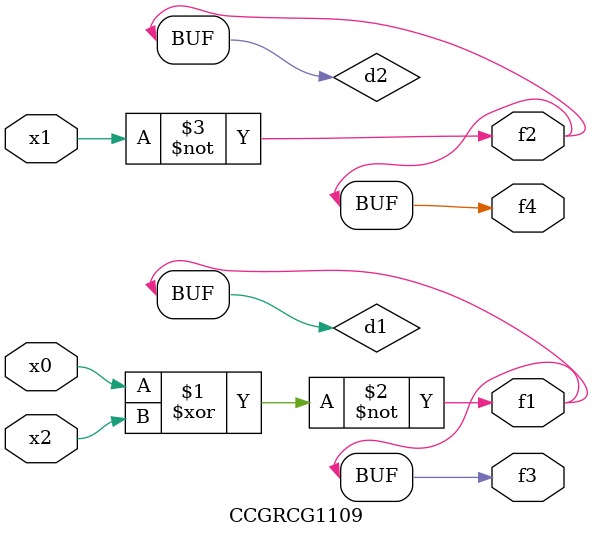
<source format=v>
module CCGRCG1109(
	input x0, x1, x2,
	output f1, f2, f3, f4
);

	wire d1, d2, d3;

	xnor (d1, x0, x2);
	nand (d2, x1);
	nor (d3, x1, x2);
	assign f1 = d1;
	assign f2 = d2;
	assign f3 = d1;
	assign f4 = d2;
endmodule

</source>
